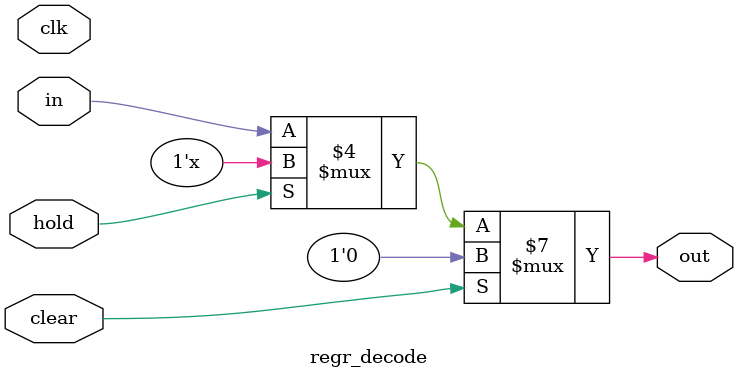
<source format=v>
`timescale 1ns / 1ps
module regr_decode (
	input clk,
	input clear,
	input hold,
	input wire [N-1:0] in,
	output reg [N-1:0] out);

	parameter N = 1;

	initial begin
		out <= {N{1'b0}};
	end;
	always @(*) begin
		if (clear)
			out <= {N{1'b0}};
		else if (hold)
			out <= out;
		else
			out <= in;
	end
	
endmodule
</source>
